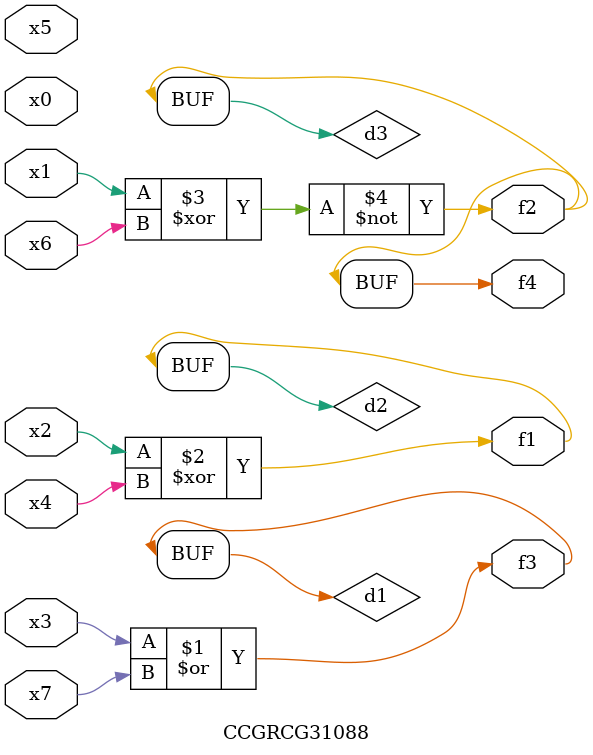
<source format=v>
module CCGRCG31088(
	input x0, x1, x2, x3, x4, x5, x6, x7,
	output f1, f2, f3, f4
);

	wire d1, d2, d3;

	or (d1, x3, x7);
	xor (d2, x2, x4);
	xnor (d3, x1, x6);
	assign f1 = d2;
	assign f2 = d3;
	assign f3 = d1;
	assign f4 = d3;
endmodule

</source>
